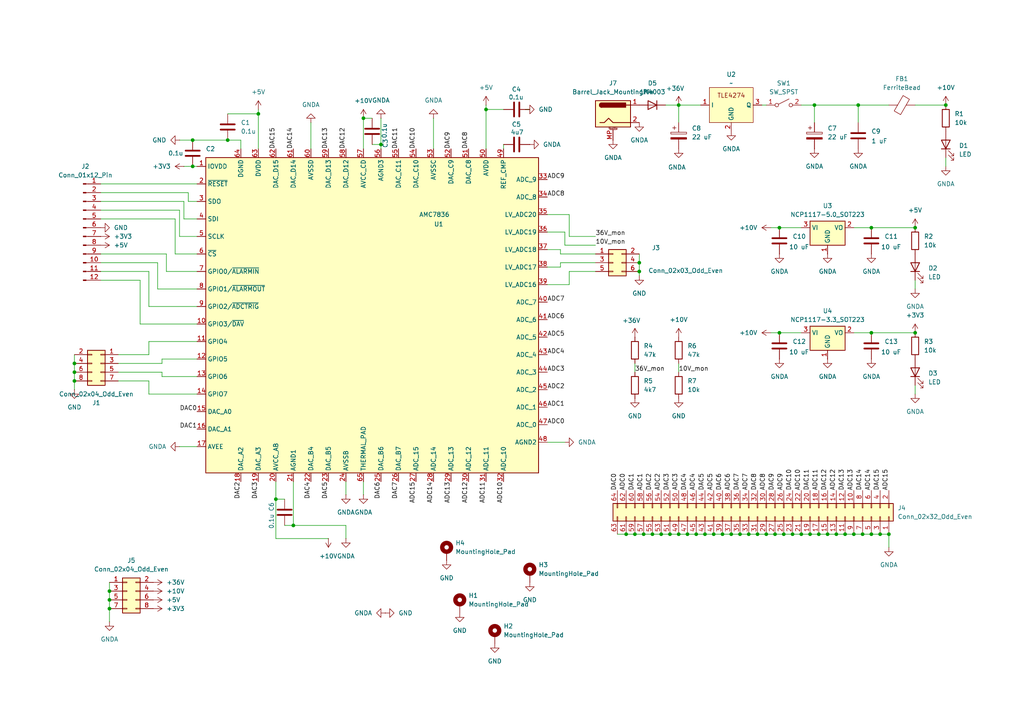
<source format=kicad_sch>
(kicad_sch (version 20231120) (generator "eeschema") (generator_version "8.0")
  (paper "A4")
  (junction (at 66.04 40.64))
  (junction (at 255.27 154.94))
  (junction (at 21.59 105.41))
  (junction (at 21.59 107.95))
  (junction (at 229.87 154.94))
  (junction (at 226.06 66.04))
  (junction (at 274.32 30.48))
  (junction (at 240.03 154.94))
  (junction (at 55.88 48.26))
  (junction (at 85.09 152.4))
  (junction (at 194.31 154.94))
  (junction (at 186.69 154.94))
  (junction (at 265.43 96.52))
  (junction (at 242.57 154.94))
  (junction (at 227.33 154.94))
  (junction (at 55.88 40.64))
  (junction (at 105.41 34.29))
  (junction (at 219.71 154.94))
  (junction (at 265.43 66.04))
  (junction (at 31.75 173.99))
  (junction (at 248.92 30.48))
  (junction (at 245.11 154.94))
  (junction (at 214.63 154.94))
  (junction (at 21.59 110.49))
  (junction (at 80.01 144.78))
  (junction (at 257.81 154.94))
  (junction (at 189.23 154.94))
  (junction (at 252.73 96.52))
  (junction (at 209.55 154.94))
  (junction (at 217.17 154.94))
  (junction (at 237.49 154.94))
  (junction (at 185.42 76.2))
  (junction (at 185.42 78.74))
  (junction (at 196.85 30.48))
  (junction (at 184.15 154.94))
  (junction (at 224.79 154.94))
  (junction (at 252.73 154.94))
  (junction (at 222.25 154.94))
  (junction (at 74.93 33.02))
  (junction (at 110.49 41.91))
  (junction (at 212.09 154.94))
  (junction (at 234.95 154.94))
  (junction (at 201.93 154.94))
  (junction (at 247.65 154.94))
  (junction (at 204.47 154.94))
  (junction (at 199.39 154.94))
  (junction (at 252.73 66.04))
  (junction (at 226.06 96.52))
  (junction (at 207.01 154.94))
  (junction (at 232.41 154.94))
  (junction (at 140.97 31.75))
  (junction (at 191.77 154.94))
  (junction (at 196.85 154.94))
  (junction (at 181.61 154.94))
  (junction (at 236.22 30.48))
  (junction (at 31.75 176.53))
  (junction (at 31.75 171.45))
  (junction (at 250.19 154.94))
  (wire (pts (xy 265.43 81.28) (xy 265.43 83.82)))
  (wire (pts (xy 257.81 158.75) (xy 257.81 154.94)))
  (wire (pts (xy 53.34 63.5) (xy 53.34 58.42)))
  (wire (pts (xy 55.88 40.64) (xy 66.04 40.64)))
  (wire (pts (xy 252.73 66.04) (xy 265.43 66.04)))
  (wire (pts (xy 236.22 35.56) (xy 236.22 30.48)))
  (wire (pts (xy 105.41 34.29) (xy 107.95 34.29)))
  (wire (pts (xy 57.15 83.82) (xy 45.72 83.82)))
  (wire (pts (xy 31.75 176.53) (xy 31.75 180.34)))
  (wire (pts (xy 223.52 66.04) (xy 226.06 66.04)))
  (wire (pts (xy 163.83 67.31) (xy 163.83 71.12)))
  (wire (pts (xy 274.32 45.72) (xy 274.32 48.26)))
  (wire (pts (xy 207.01 154.94) (xy 209.55 154.94)))
  (wire (pts (xy 229.87 154.94) (xy 232.41 154.94)))
  (wire (pts (xy 69.85 40.64) (xy 69.85 43.18)))
  (wire (pts (xy 57.15 114.3) (xy 43.18 114.3)))
  (wire (pts (xy 217.17 154.94) (xy 219.71 154.94)))
  (wire (pts (xy 21.59 107.95) (xy 21.59 110.49)))
  (wire (pts (xy 55.88 48.26) (xy 57.15 48.26)))
  (wire (pts (xy 255.27 154.94) (xy 257.81 154.94)))
  (wire (pts (xy 29.21 53.34) (xy 57.15 53.34)))
  (wire (pts (xy 29.21 55.88) (xy 54.61 55.88)))
  (wire (pts (xy 185.42 78.74) (xy 185.42 80.01)))
  (wire (pts (xy 158.75 62.23) (xy 165.1 62.23)))
  (wire (pts (xy 29.21 60.96) (xy 52.07 60.96)))
  (wire (pts (xy 80.01 156.21) (xy 95.25 156.21)))
  (wire (pts (xy 162.56 73.66) (xy 172.72 73.66)))
  (wire (pts (xy 48.26 78.74) (xy 48.26 73.66)))
  (wire (pts (xy 162.56 72.39) (xy 162.56 73.66)))
  (wire (pts (xy 247.65 96.52) (xy 252.73 96.52)))
  (wire (pts (xy 40.64 81.28) (xy 29.21 81.28)))
  (wire (pts (xy 165.1 78.74) (xy 172.72 78.74)))
  (wire (pts (xy 265.43 111.76) (xy 265.43 114.3)))
  (wire (pts (xy 21.59 110.49) (xy 21.59 113.03)))
  (wire (pts (xy 165.1 68.58) (xy 172.72 68.58)))
  (wire (pts (xy 252.73 154.94) (xy 255.27 154.94)))
  (wire (pts (xy 184.15 107.95) (xy 184.15 105.41)))
  (wire (pts (xy 236.22 30.48) (xy 248.92 30.48)))
  (wire (pts (xy 252.73 96.52) (xy 265.43 96.52)))
  (wire (pts (xy 105.41 34.29) (xy 105.41 43.18)))
  (wire (pts (xy 66.04 33.02) (xy 74.93 33.02)))
  (wire (pts (xy 194.31 154.94) (xy 196.85 154.94)))
  (wire (pts (xy 140.97 31.75) (xy 146.05 31.75)))
  (wire (pts (xy 237.49 154.94) (xy 240.03 154.94)))
  (wire (pts (xy 232.41 154.94) (xy 234.95 154.94)))
  (wire (pts (xy 57.15 99.06) (xy 43.18 99.06)))
  (wire (pts (xy 146.05 41.91) (xy 146.05 43.18)))
  (wire (pts (xy 222.25 154.94) (xy 224.79 154.94)))
  (wire (pts (xy 162.56 77.47) (xy 162.56 76.2)))
  (wire (pts (xy 31.75 168.91) (xy 31.75 171.45)))
  (wire (pts (xy 45.72 83.82) (xy 45.72 76.2)))
  (wire (pts (xy 248.92 30.48) (xy 257.81 30.48)))
  (wire (pts (xy 43.18 102.87) (xy 34.29 102.87)))
  (wire (pts (xy 226.06 66.04) (xy 232.41 66.04)))
  (wire (pts (xy 232.41 30.48) (xy 236.22 30.48)))
  (wire (pts (xy 50.8 63.5) (xy 50.8 73.66)))
  (wire (pts (xy 54.61 58.42) (xy 54.61 55.88)))
  (wire (pts (xy 31.75 173.99) (xy 31.75 176.53)))
  (wire (pts (xy 57.15 93.98) (xy 40.64 93.98)))
  (wire (pts (xy 214.63 154.94) (xy 217.17 154.94)))
  (wire (pts (xy 57.15 109.22) (xy 46.99 109.22)))
  (wire (pts (xy 74.93 33.02) (xy 74.93 43.18)))
  (wire (pts (xy 140.97 31.75) (xy 140.97 43.18)))
  (wire (pts (xy 227.33 154.94) (xy 229.87 154.94)))
  (wire (pts (xy 57.15 78.74) (xy 48.26 78.74)))
  (wire (pts (xy 248.92 30.48) (xy 248.92 35.56)))
  (wire (pts (xy 223.52 96.52) (xy 226.06 96.52)))
  (wire (pts (xy 80.01 144.78) (xy 80.01 156.21)))
  (wire (pts (xy 40.64 93.98) (xy 40.64 81.28)))
  (wire (pts (xy 52.07 129.54) (xy 57.15 129.54)))
  (wire (pts (xy 46.99 104.14) (xy 46.99 105.41)))
  (wire (pts (xy 199.39 154.94) (xy 201.93 154.94)))
  (wire (pts (xy 158.75 128.27) (xy 163.83 128.27)))
  (wire (pts (xy 226.06 96.52) (xy 232.41 96.52)))
  (wire (pts (xy 52.07 68.58) (xy 52.07 60.96)))
  (wire (pts (xy 48.26 73.66) (xy 29.21 73.66)))
  (wire (pts (xy 107.95 41.91) (xy 110.49 41.91)))
  (wire (pts (xy 158.75 72.39) (xy 162.56 72.39)))
  (wire (pts (xy 245.11 154.94) (xy 247.65 154.94)))
  (wire (pts (xy 265.43 30.48) (xy 274.32 30.48)))
  (wire (pts (xy 158.75 77.47) (xy 162.56 77.47)))
  (wire (pts (xy 100.33 152.4) (xy 100.33 156.21)))
  (wire (pts (xy 209.55 154.94) (xy 212.09 154.94)))
  (wire (pts (xy 43.18 99.06) (xy 43.18 102.87)))
  (wire (pts (xy 184.15 154.94) (xy 186.69 154.94)))
  (wire (pts (xy 110.49 34.29) (xy 110.49 41.91)))
  (wire (pts (xy 185.42 76.2) (xy 185.42 78.74)))
  (wire (pts (xy 34.29 110.49) (xy 43.18 110.49)))
  (wire (pts (xy 163.83 71.12) (xy 172.72 71.12)))
  (wire (pts (xy 201.93 154.94) (xy 204.47 154.94)))
  (wire (pts (xy 158.75 67.31) (xy 163.83 67.31)))
  (wire (pts (xy 45.72 76.2) (xy 29.21 76.2)))
  (wire (pts (xy 181.61 154.94) (xy 184.15 154.94)))
  (wire (pts (xy 153.67 31.75) (xy 152.4 31.75)))
  (wire (pts (xy 53.34 48.26) (xy 55.88 48.26)))
  (wire (pts (xy 242.57 154.94) (xy 245.11 154.94)))
  (wire (pts (xy 80.01 144.78) (xy 82.55 144.78)))
  (wire (pts (xy 186.69 154.94) (xy 189.23 154.94)))
  (wire (pts (xy 21.59 105.41) (xy 21.59 107.95)))
  (wire (pts (xy 212.09 154.94) (xy 214.63 154.94)))
  (wire (pts (xy 179.07 154.94) (xy 181.61 154.94)))
  (wire (pts (xy 57.15 63.5) (xy 53.34 63.5)))
  (wire (pts (xy 57.15 88.9) (xy 43.18 88.9)))
  (wire (pts (xy 191.77 154.94) (xy 194.31 154.94)))
  (wire (pts (xy 52.07 40.64) (xy 55.88 40.64)))
  (wire (pts (xy 100.33 139.7) (xy 100.33 143.51)))
  (wire (pts (xy 140.97 30.48) (xy 140.97 31.75)))
  (wire (pts (xy 74.93 31.75) (xy 74.93 33.02)))
  (wire (pts (xy 105.41 139.7) (xy 105.41 143.51)))
  (wire (pts (xy 110.49 41.91) (xy 110.49 43.18)))
  (wire (pts (xy 46.99 109.22) (xy 46.99 107.95)))
  (wire (pts (xy 219.71 154.94) (xy 222.25 154.94)))
  (wire (pts (xy 66.04 40.64) (xy 69.85 40.64)))
  (wire (pts (xy 185.42 73.66) (xy 185.42 76.2)))
  (wire (pts (xy 53.34 58.42) (xy 29.21 58.42)))
  (wire (pts (xy 43.18 114.3) (xy 43.18 110.49)))
  (wire (pts (xy 250.19 154.94) (xy 252.73 154.94)))
  (wire (pts (xy 165.1 62.23) (xy 165.1 68.58)))
  (wire (pts (xy 82.55 152.4) (xy 85.09 152.4)))
  (wire (pts (xy 196.85 30.48) (xy 203.2 30.48)))
  (wire (pts (xy 50.8 73.66) (xy 57.15 73.66)))
  (wire (pts (xy 240.03 154.94) (xy 242.57 154.94)))
  (wire (pts (xy 90.17 35.56) (xy 90.17 43.18)))
  (wire (pts (xy 220.98 30.48) (xy 222.25 30.48)))
  (wire (pts (xy 189.23 154.94) (xy 191.77 154.94)))
  (wire (pts (xy 162.56 76.2) (xy 172.72 76.2)))
  (wire (pts (xy 158.75 82.55) (xy 165.1 82.55)))
  (wire (pts (xy 85.09 152.4) (xy 100.33 152.4)))
  (wire (pts (xy 204.47 154.94) (xy 207.01 154.94)))
  (wire (pts (xy 31.75 171.45) (xy 31.75 173.99)))
  (wire (pts (xy 247.65 154.94) (xy 250.19 154.94)))
  (wire (pts (xy 165.1 82.55) (xy 165.1 78.74)))
  (wire (pts (xy 196.85 154.94) (xy 199.39 154.94)))
  (wire (pts (xy 54.61 58.42) (xy 57.15 58.42)))
  (wire (pts (xy 234.95 154.94) (xy 237.49 154.94)))
  (wire (pts (xy 57.15 104.14) (xy 46.99 104.14)))
  (wire (pts (xy 43.18 88.9) (xy 43.18 78.74)))
  (wire (pts (xy 85.09 139.7) (xy 85.09 152.4)))
  (wire (pts (xy 196.85 30.48) (xy 196.85 35.56)))
  (wire (pts (xy 46.99 107.95) (xy 34.29 107.95)))
  (wire (pts (xy 125.73 34.29) (xy 125.73 43.18)))
  (wire (pts (xy 43.18 78.74) (xy 29.21 78.74)))
  (wire (pts (xy 80.01 139.7) (xy 80.01 144.78)))
  (wire (pts (xy 21.59 102.87) (xy 21.59 105.41)))
  (wire (pts (xy 29.21 63.5) (xy 50.8 63.5)))
  (wire (pts (xy 34.29 105.41) (xy 46.99 105.41)))
  (wire (pts (xy 224.79 154.94) (xy 227.33 154.94)))
  (wire (pts (xy 247.65 66.04) (xy 252.73 66.04)))
  (wire (pts (xy 196.85 107.95) (xy 196.85 105.41)))
  (wire (pts (xy 57.15 68.58) (xy 52.07 68.58)))
  (wire (pts (xy 193.04 30.48) (xy 196.85 30.48)))
  (label "ADC4" (at 201.93 142.24 90))
  (label "DAC6" (at 110.49 139.7 270))
  (label "ADC11" (at 237.49 142.24 90))
  (label "DAC2" (at 69.85 139.7 270))
  (label "DAC9" (at 224.79 142.24 90))
  (label "ADC1" (at 186.69 142.24 90))
  (label "ADC0" (at 181.61 142.24 90))
  (label "DAC8" (at 135.89 43.18 90))
  (label "DAC3" (at 194.31 142.24 90))
  (label "DAC12" (at 240.03 142.24 90))
  (label "DAC3" (at 74.93 139.7 270))
  (label "ADC6" (at 212.09 142.24 90))
  (label "ADC14" (at 252.73 142.24 90))
  (label "36V_mon" (at 172.72 68.58 0))
  (label "DAC0" (at 179.07 142.24 90))
  (label "DAC8" (at 219.71 142.24 90))
  (label "ADC4" (at 158.75 102.87 0))
  (label "DAC11" (at 115.57 43.18 90))
  (label "ADC8" (at 222.25 142.24 90))
  (label "36V_mon" (at 184.15 107.95 0))
  (label "DAC14" (at 250.19 142.24 90))
  (label "DAC12" (at 100.33 43.18 90))
  (label "ADC13" (at 130.81 139.7 270))
  (label "DAC15" (at 255.27 142.24 90))
  (label "ADC7" (at 158.75 87.63 0))
  (label "ADC3" (at 158.75 107.95 0))
  (label "DAC7" (at 115.57 139.7 270))
  (label "DAC1" (at 184.15 142.24 90))
  (label "DAC10" (at 229.87 142.24 90))
  (label "DAC7" (at 214.63 142.24 90))
  (label "ADC2" (at 158.75 113.03 0))
  (label "DAC14" (at 85.09 43.18 90))
  (label "ADC10" (at 146.05 139.7 270))
  (label "ADC12" (at 242.57 142.24 90))
  (label "ADC9" (at 227.33 142.24 90))
  (label "ADC8" (at 158.75 57.15 0))
  (label "ADC5" (at 158.75 97.79 0))
  (label "DAC9" (at 130.81 43.18 90))
  (label "ADC6" (at 158.75 92.71 0))
  (label "ADC15" (at 257.81 142.24 90))
  (label "DAC2" (at 189.23 142.24 90))
  (label "DAC13" (at 95.25 43.18 90))
  (label "ADC11" (at 140.97 139.7 270))
  (label "DAC5" (at 204.47 142.24 90))
  (label "ADC1" (at 158.75 118.11 0))
  (label "DAC5" (at 95.25 139.7 270))
  (label "DAC11" (at 234.95 142.24 90))
  (label "ADC10" (at 232.41 142.24 90))
  (label "ADC12" (at 135.89 139.7 270))
  (label "ADC7" (at 217.17 142.24 90))
  (label "ADC9" (at 158.75 52.07 0))
  (label "DAC1" (at 57.15 124.46 180))
  (label "ADC15" (at 120.65 139.7 270))
  (label "DAC13" (at 245.11 142.24 90))
  (label "DAC10" (at 120.65 43.18 90))
  (label "ADC0" (at 158.75 123.19 0))
  (label "DAC15" (at 80.01 43.18 90))
  (label "ADC3" (at 196.85 142.24 90))
  (label "DAC0" (at 57.15 119.38 180))
  (label "ADC14" (at 125.73 139.7 270))
  (label "ADC5" (at 207.01 142.24 90))
  (label "10V_mon" (at 172.72 71.12 0))
  (label "DAC6" (at 209.55 142.24 90))
  (label "ADC13" (at 247.65 142.24 90))
  (label "DAC4" (at 90.17 139.7 270))
  (label "10V_mon" (at 196.85 107.95 0))
  (label "DAC4" (at 199.39 142.24 90))
  (label "ADC2" (at 191.77 142.24 90))
  (symbol (lib_id "Connector_Generic:Conn_02x04_Odd_Even") (at 29.21 105.41 0) (mirror y) (unit 1)
    (property "Reference" "J1" (at 27.94 116.84 0))
    (property "Value" "Conn_02x04_Odd_Even" (at 27.94 114.3 0))
    (property "Footprint" "Connector_PinHeader_2.54mm:PinHeader_2x04_P2.54mm_Horizontal" (effects (hide yes)))
    (property "Description" "Generic connector, double row, 02x04, odd/even pin numbering scheme (row 1 odd numbers, row 2 even numbers), script generated (kicad-library-utils/schlib/autogen/connector/)" (effects (hide yes)))
  )
  (symbol (lib_id "power:GNDA") (at 196.85 43.18 0) (unit 1)
    (property "Reference" "#PWR021" (effects (hide yes)))
    (property "Value" "GNDA" (at 196.342 48.514 0))
    (property "Description" "Power symbol creates a global label with name \"GNDA\" , analog ground" (effects (hide yes)))
  )
  (symbol (lib_id "power:GND") (at 196.85 115.57 0) (unit 1)
    (property "Reference" "#PWR051" (effects (hide yes)))
    (property "Value" "GND" (at 196.85 120.65 0))
    (property "Description" "Power symbol creates a global label with name \"GND\" , ground" (effects (hide yes)))
  )
  (symbol (lib_id "Device:C") (at 248.92 39.37 0) (unit 1)
    (property "Reference" "C9" (at 252.73 38.0999 0) (effects (justify left)))
    (property "Value" "1 uF" (at 252.73 40.894 0) (effects (justify left)))
    (property "Footprint" "Capacitor_SMD:C_0805_2012Metric" (effects (hide yes)))
    (property "Description" "Unpolarized capacitor" (effects (hide yes)))
  )
  (symbol (lib_id "power:GND") (at 153.67 168.91 0) (unit 1)
    (property "Reference" "#PWR057" (effects (hide yes)))
    (property "Value" "GND" (at 153.67 173.99 0))
    (property "Description" "Power symbol creates a global label with name \"GND\" , ground" (effects (hide yes)))
  )
  (symbol (lib_id "power:GND") (at 185.42 80.01 0) (unit 1)
    (property "Reference" "#PWR040" (effects (hide yes)))
    (property "Value" "GND" (at 185.42 85.09 0))
    (property "Description" "Power symbol creates a global label with name \"GND\" , ground" (effects (hide yes)))
  )
  (symbol (lib_id "power:+36V") (at 196.85 30.48 0) (unit 1)
    (property "Reference" "#PWR020" (effects (hide yes)))
    (property "Value" "+36V" (at 195.834 25.654 0))
    (property "Description" "Power symbol creates a global label with name \"+36V\"" (effects (hide yes)))
  )
  (symbol (lib_id "power:+5V") (at 140.97 30.48 0) (unit 1)
    (property "Reference" "#PWR011" (effects (hide yes)))
    (property "Value" "+5V" (at 140.97 25.4 0))
    (property "Description" "Power symbol creates a global label with name \"+5V\"" (effects (hide yes)))
  )
  (symbol (lib_id "power:GNDA") (at 31.75 180.34 0) (unit 1)
    (property "Reference" "#PWR043" (effects (hide yes)))
    (property "Value" "GNDA" (at 31.75 185.42 0))
    (property "Description" "Power symbol creates a global label with name \"GNDA\" , analog ground" (effects (hide yes)))
  )
  (symbol (lib_id "Mechanical:MountingHole_Pad") (at 129.54 160.02 0) (unit 1) (exclude_from_sim yes) (in_bom no)
    (property "Reference" "H4" (at 132.08 157.4799 0) (effects (justify left)))
    (property "Value" "MountingHole_Pad" (at 132.08 160.0199 0) (effects (justify left)))
    (property "Footprint" "MountingHole:MountingHole_3.2mm_M3_Pad" (effects (hide yes)))
    (property "Description" "Mounting Hole with connection" (effects (hide yes)))
  )
  (symbol (lib_id "Mechanical:MountingHole_Pad") (at 153.67 166.37 0) (unit 1) (exclude_from_sim yes) (in_bom no)
    (property "Reference" "H3" (at 156.21 163.8299 0) (effects (justify left)))
    (property "Value" "MountingHole_Pad" (at 156.21 166.3699 0) (effects (justify left)))
    (property "Footprint" "MountingHole:MountingHole_3.2mm_M3_Pad" (effects (hide yes)))
    (property "Description" "Mounting Hole with connection" (effects (hide yes)))
  )
  (symbol (lib_id "Device:C") (at 66.04 36.83 0) (unit 1)
    (property "Reference" "C1" (at 69.85 35.5599 0) (effects (justify left)))
    (property "Value" "0.1u" (at 69.85 38.0999 0) (effects (justify left)))
    (property "Footprint" "Capacitor_SMD:C_0805_2012Metric" (effects (hide yes)))
    (property "Description" "Unpolarized capacitor" (effects (hide yes)))
  )
  (symbol (lib_id "power:GNDA") (at 265.43 83.82 0) (unit 1)
    (property "Reference" "#PWR029" (effects (hide yes)))
    (property "Value" "GNDA" (at 265.43 88.9 0))
    (property "Description" "Power symbol creates a global label with name \"GNDA\" , analog ground" (effects (hide yes)))
  )
  (symbol (lib_id "Device:R") (at 184.15 111.76 0) (unit 1)
    (property "Reference" "R5" (at 186.69 110.4899 0) (effects (justify left)))
    (property "Value" "4k7" (at 186.69 113.0299 0) (effects (justify left)))
    (property "Footprint" "Resistor_SMD:R_0805_2012Metric" (effects (hide yes)))
    (property "Description" "Resistor" (effects (hide yes)))
  )
  (symbol (lib_id "power:GNDA") (at 274.32 48.26 0) (unit 1)
    (property "Reference" "#PWR022" (effects (hide yes)))
    (property "Value" "GNDA" (at 274.32 53.34 0))
    (property "Description" "Power symbol creates a global label with name \"GNDA\" , analog ground" (effects (hide yes)))
  )
  (symbol (lib_id "Regulator_Linear:NCP1117-5.0_SOT223") (at 240.03 66.04 0) (unit 1)
    (property "Reference" "U3" (at 240.03 59.69 0))
    (property "Value" "NCP1117-5.0_SOT223" (at 240.03 62.23 0))
    (property "Footprint" "Package_TO_SOT_SMD:SOT-223-3_TabPin2" (effects (hide yes)))
    (property "Datasheet" "http://www.onsemi.com/pub_link/Collateral/NCP1117-D.PDF" (effects (hide yes)))
    (property "Description" "1A Low drop-out regulator, Fixed Output 5V, SOT-223" (effects (hide yes)))
  )
  (symbol (lib_id "power:GND") (at 129.54 162.56 0) (unit 1)
    (property "Reference" "#PWR058" (effects (hide yes)))
    (property "Value" "GND" (at 129.54 167.64 0))
    (property "Description" "Power symbol creates a global label with name \"GND\" , ground" (effects (hide yes)))
  )
  (symbol (lib_id "power:GNDA") (at 177.8 40.64 0) (unit 1)
    (property "Reference" "#PWR054" (effects (hide yes)))
    (property "Value" "GNDA" (at 177.8 45.72 0))
    (property "Description" "Power symbol creates a global label with name \"GNDA\" , analog ground" (effects (hide yes)))
  )
  (symbol (lib_id "Device:FerriteBead") (at 261.62 30.48 90) (unit 1)
    (property "Reference" "FB1" (at 261.5692 22.86 90))
    (property "Value" "FerriteBead" (at 261.5692 25.4 90))
    (property "Footprint" "Resistor_SMD:R_0805_2012Metric" (effects (hide yes)))
    (property "Description" "Ferrite bead" (effects (hide yes)))
  )
  (symbol (lib_id "Device:C") (at 55.88 44.45 0) (unit 1)
    (property "Reference" "C2" (at 59.69 43.1799 0) (effects (justify left)))
    (property "Value" "0.1u" (at 48.768 44.45 0) (effects (justify left)))
    (property "Footprint" "Capacitor_SMD:C_0805_2012Metric" (effects (hide yes)))
    (property "Description" "Unpolarized capacitor" (effects (hide yes)))
  )
  (symbol (lib_id "Device:LED") (at 274.32 41.91 90) (unit 1)
    (property "Reference" "D1" (at 278.13 42.2274 90) (effects (justify right)))
    (property "Value" "LED" (at 278.13 44.7674 90) (effects (justify right)))
    (property "Footprint" "LED_SMD:LED_0805_2012Metric_Pad1.15x1.40mm_HandSolder" (effects (hide yes)))
    (property "Description" "Light emitting diode" (effects (hide yes)))
  )
  (symbol (lib_id "Device:R") (at 265.43 100.33 0) (unit 1)
    (property "Reference" "R3" (at 267.97 99.0599 0) (effects (justify left)))
    (property "Value" "10k" (at 267.97 101.5999 0) (effects (justify left)))
    (property "Footprint" "Resistor_SMD:R_0805_2012Metric" (effects (hide yes)))
    (property "Description" "Resistor" (effects (hide yes)))
  )
  (symbol (lib_id "power:GNDA") (at 212.09 38.1 0) (unit 1)
    (property "Reference" "#PWR019" (effects (hide yes)))
    (property "Value" "GNDA" (at 212.09 43.18 0))
    (property "Description" "Power symbol creates a global label with name \"GNDA\" , analog ground" (effects (hide yes)))
  )
  (symbol (lib_id "power:GNDA") (at 257.81 158.75 0) (unit 1)
    (property "Reference" "#PWR042" (effects (hide yes)))
    (property "Value" "GNDA" (at 257.81 163.83 0))
    (property "Description" "Power symbol creates a global label with name \"GNDA\" , analog ground" (effects (hide yes)))
  )
  (symbol (lib_id "Connector_Generic:Conn_02x32_Odd_Even") (at 219.71 149.86 270) (mirror x) (unit 1)
    (property "Reference" "J4" (at 260.35 147.3199 90) (effects (justify left)))
    (property "Value" "Conn_02x32_Odd_Even" (at 260.35 149.8599 90) (effects (justify left)))
    (property "Footprint" "Connector_PinHeader_2.54mm:PinHeader_2x32_P2.54mm_Vertical" (effects (hide yes)))
    (property "Description" "Generic connector, double row, 02x32, odd/even pin numbering scheme (row 1 odd numbers, row 2 even numbers), script generated (kicad-library-utils/schlib/autogen/connector/)" (effects (hide yes)))
  )
  (symbol (lib_id "Device:C") (at 82.55 148.59 0) (unit 1)
    (property "Reference" "C6" (at 78.74 148.336 90) (effects (justify left)))
    (property "Value" "0.1u" (at 78.74 153.416 90) (effects (justify left)))
    (property "Footprint" "Capacitor_SMD:C_0805_2012Metric" (effects (hide yes)))
    (property "Description" "Unpolarized capacitor" (effects (hide yes)))
  )
  (symbol (lib_id "power:GND") (at 184.15 115.57 0) (unit 1)
    (property "Reference" "#PWR048" (effects (hide yes)))
    (property "Value" "GND" (at 184.15 120.65 0))
    (property "Description" "Power symbol creates a global label with name \"GND\" , ground" (effects (hide yes)))
  )
  (symbol (lib_id "power:GND") (at 152.4 31.75 90) (unit 1)
    (property "Reference" "#PWR014" (effects (hide yes)))
    (property "Value" "GND" (at 156.21 31.7499 90) (effects (justify right)))
    (property "Description" "Power symbol creates a global label with name \"GND\" , ground" (effects (hide yes)))
  )
  (symbol (lib_id "Connector:Conn_01x12_Pin") (at 24.13 66.04 0) (unit 1)
    (property "Reference" "J2" (at 24.765 48.26 0))
    (property "Value" "Conn_01x12_Pin" (at 24.765 50.8 0))
    (property "Footprint" "Connector_PinHeader_2.54mm:PinHeader_1x12_P2.54mm_Vertical" (effects (hide yes)))
    (property "Description" "Generic connector, single row, 01x12, script generated" (effects (hide yes)))
  )
  (symbol (lib_id "Device:R") (at 265.43 69.85 0) (unit 1)
    (property "Reference" "R2" (at 267.97 68.5799 0) (effects (justify left)))
    (property "Value" "10k" (at 267.97 71.1199 0) (effects (justify left)))
    (property "Footprint" "Resistor_SMD:R_0805_2012Metric" (effects (hide yes)))
    (property "Description" "Resistor" (effects (hide yes)))
  )
  (symbol (lib_id "Device:C") (at 149.86 41.91 90) (unit 1)
    (property "Reference" "C5" (at 151.13 36.068 90) (effects (justify left)))
    (property "Value" "4u7" (at 151.892 38.354 90) (effects (justify left)))
    (property "Footprint" "Capacitor_SMD:C_0805_2012Metric" (effects (hide yes)))
    (property "Description" "Unpolarized capacitor" (effects (hide yes)))
  )
  (symbol (lib_id "power:+5V") (at 265.43 66.04 0) (unit 1)
    (property "Reference" "#PWR035" (effects (hide yes)))
    (property "Value" "+5V" (at 265.43 60.96 0))
    (property "Description" "Power symbol creates a global label with name \"+5V\"" (effects (hide yes)))
  )
  (symbol (lib_id "Mechanical:MountingHole_Pad") (at 133.35 175.26 0) (unit 1) (exclude_from_sim yes) (in_bom no)
    (property "Reference" "H1" (at 135.89 172.7199 0) (effects (justify left)))
    (property "Value" "MountingHole_Pad" (at 135.89 175.2599 0) (effects (justify left)))
    (property "Footprint" "MountingHole:MountingHole_3.2mm_M3_Pad" (effects (hide yes)))
    (property "Description" "Mounting Hole with connection" (effects (hide yes)))
  )
  (symbol (lib_id "power:+10V") (at 44.45 171.45 270) (unit 1)
    (property "Reference" "#PWR045" (effects (hide yes)))
    (property "Value" "+10V" (at 48.26 171.4499 90) (effects (justify left)))
    (property "Description" "Power symbol creates a global label with name \"+10V\"" (effects (hide yes)))
  )
  (symbol (lib_id "power:GNDA") (at 248.92 43.18 0) (unit 1)
    (property "Reference" "#PWR025" (effects (hide yes)))
    (property "Value" "GNDA" (at 248.92 48.26 0))
    (property "Description" "Power symbol creates a global label with name \"GNDA\" , analog ground" (effects (hide yes)))
  )
  (symbol (lib_id "power:+3V3") (at 29.21 68.58 270) (unit 1)
    (property "Reference" "#PWR037" (effects (hide yes)))
    (property "Value" "+3V3" (at 33.02 68.5799 90) (effects (justify left)))
    (property "Description" "Power symbol creates a global label with name \"+3V3\"" (effects (hide yes)))
  )
  (symbol (lib_id "power:+10V") (at 223.52 66.04 90) (unit 1)
    (property "Reference" "#PWR023" (effects (hide yes)))
    (property "Value" "+10V" (at 219.71 66.0399 90) (effects (justify left)))
    (property "Description" "Power symbol creates a global label with name \"+10V\"" (effects (hide yes)))
  )
  (symbol (lib_id "power:+5V") (at 29.21 71.12 270) (unit 1)
    (property "Reference" "#PWR038" (effects (hide yes)))
    (property "Value" "+5V" (at 33.02 71.1199 90) (effects (justify left)))
    (property "Description" "Power symbol creates a global label with name \"+5V\"" (effects (hide yes)))
  )
  (symbol (lib_id "Device:LED") (at 265.43 77.47 90) (unit 1)
    (property "Reference" "D2" (at 269.24 77.7874 90) (effects (justify right)))
    (property "Value" "LED" (at 269.24 80.3274 90) (effects (justify right)))
    (property "Footprint" "LED_SMD:LED_0805_2012Metric_Pad1.15x1.40mm_HandSolder" (effects (hide yes)))
    (property "Description" "Light emitting diode" (effects (hide yes)))
  )
  (symbol (lib_id "Device:LED") (at 265.43 107.95 90) (unit 1)
    (property "Reference" "D3" (at 269.24 108.2674 90) (effects (justify right)))
    (property "Value" "LED" (at 269.24 110.8074 90) (effects (justify right)))
    (property "Footprint" "LED_SMD:LED_0805_2012Metric_Pad1.15x1.40mm_HandSolder" (effects (hide yes)))
    (property "Description" "Light emitting diode" (effects (hide yes)))
  )
  (symbol (lib_id "power:+10V") (at 223.52 96.52 90) (unit 1)
    (property "Reference" "#PWR030" (effects (hide yes)))
    (property "Value" "+10V" (at 219.71 96.5199 90) (effects (justify left)))
    (property "Description" "Power symbol creates a global label with name \"+10V\"" (effects (hide yes)))
  )
  (symbol (lib_id "power:GNDA") (at 100.33 143.51 0) (unit 1)
    (property "Reference" "#PWR06" (effects (hide yes)))
    (property "Value" "GNDA" (at 100.33 148.59 0))
    (property "Description" "Power symbol creates a global label with name \"GNDA\" , analog ground" (effects (hide yes)))
  )
  (symbol (lib_id "power:GND") (at 52.07 40.64 270) (unit 1)
    (property "Reference" "#PWR08" (effects (hide yes)))
    (property "Value" "GND" (at 48.26 40.6399 90) (effects (justify right)))
    (property "Description" "Power symbol creates a global label with name \"GND\" , ground" (effects (hide yes)))
  )
  (symbol (lib_id "power:GNDA") (at 105.41 143.51 0) (unit 1)
    (property "Reference" "#PWR016" (effects (hide yes)))
    (property "Value" "GNDA" (at 105.41 148.59 0))
    (property "Description" "Power symbol creates a global label with name \"GNDA\" , analog ground" (effects (hide yes)))
  )
  (symbol (lib_id "power:GNDA") (at 265.43 114.3 0) (unit 1)
    (property "Reference" "#PWR034" (effects (hide yes)))
    (property "Value" "GNDA" (at 265.43 119.38 0))
    (property "Description" "Power symbol creates a global label with name \"GNDA\" , analog ground" (effects (hide yes)))
  )
  (symbol (lib_id "power:GNDA") (at 125.73 34.29 180) (unit 1)
    (property "Reference" "#PWR04" (effects (hide yes)))
    (property "Value" "GNDA" (at 125.73 29.1006 0))
    (property "Description" "Power symbol creates a global label with name \"GNDA\" , analog ground" (effects (hide yes)))
  )
  (symbol (lib_id "power:+3V3") (at 53.34 48.26 90) (unit 1)
    (property "Reference" "#PWR02" (effects (hide yes)))
    (property "Value" "+3V3" (at 49.53 48.2599 90) (effects (justify left)))
    (property "Description" "Power symbol creates a global label with name \"+3V3\"" (effects (hide yes)))
  )
  (symbol (lib_id "power:GNDA") (at 100.33 156.21 0) (unit 1)
    (property "Reference" "#PWR012" (effects (hide yes)))
    (property "Value" "GNDA" (at 100.33 161.29 0))
    (property "Description" "Power symbol creates a global label with name \"GNDA\" , analog ground" (effects (hide yes)))
  )
  (symbol (lib_id "power:+10V") (at 196.85 97.79 0) (unit 1)
    (property "Reference" "#PWR050" (effects (hide yes)))
    (property "Value" "+10V" (at 196.85 92.71 0))
    (property "Description" "Power symbol creates a global label with name \"+10V\"" (effects (hide yes)))
  )
  (symbol (lib_id "Device:C_Polarized") (at 236.22 39.37 0) (unit 1)
    (property "Reference" "C7" (at 240.03 37.2109 0) (effects (justify left)))
    (property "Value" "22 uF" (at 240.03 39.7509 0) (effects (justify left)))
    (property "Footprint" "Capacitor_THT:CP_Radial_D6.3mm_P2.50mm" (effects (hide yes)))
    (property "Description" "Polarized capacitor" (effects (hide yes)))
  )
  (symbol (lib_id "power:GNDA") (at 252.73 104.14 0) (unit 1)
    (property "Reference" "#PWR033" (effects (hide yes)))
    (property "Value" "GNDA" (at 252.73 109.22 0))
    (property "Description" "Power symbol creates a global label with name \"GNDA\" , analog ground" (effects (hide yes)))
  )
  (symbol (lib_id "power:+10V") (at 274.32 30.48 0) (unit 1)
    (property "Reference" "#PWR017" (effects (hide yes)))
    (property "Value" "+10V" (at 274.32 25.4 0))
    (property "Description" "Power symbol creates a global label with name \"+10V\"" (effects (hide yes)))
  )
  (symbol (lib_id "power:GND") (at 133.35 177.8 0) (unit 1)
    (property "Reference" "#PWR055" (effects (hide yes)))
    (property "Value" "GND" (at 133.35 182.88 0))
    (property "Description" "Power symbol creates a global label with name \"GND\" , ground" (effects (hide yes)))
  )
  (symbol (lib_id "power:+36V") (at 184.15 97.79 0) (unit 1)
    (property "Reference" "#PWR049" (effects (hide yes)))
    (property "Value" "+36V" (at 183.134 92.964 0))
    (property "Description" "Power symbol creates a global label with name \"+36V\"" (effects (hide yes)))
  )
  (symbol (lib_id "power:GND") (at 111.76 177.8 90) (unit 1)
    (property "Reference" "#PWR053" (effects (hide yes)))
    (property "Value" "GND" (at 115.57 177.7999 90) (effects (justify right)))
    (property "Description" "Power symbol creates a global label with name \"GND\" , ground" (effects (hide yes)))
  )
  (symbol (lib_id "power:GNDA") (at 163.83 128.27 90) (unit 1)
    (property "Reference" "#PWR07" (effects (hide yes)))
    (property "Value" "GNDA" (at 167.64 128.2699 90) (effects (justify right)))
    (property "Description" "Power symbol creates a global label with name \"GNDA\" , analog ground" (effects (hide yes)))
  )
  (symbol (lib_id "power:GNDA") (at 185.42 35.56 0) (unit 1)
    (property "Reference" "#PWR041" (effects (hide yes)))
    (property "Value" "GNDA" (at 185.42 40.64 0))
    (property "Description" "Power symbol creates a global label with name \"GNDA\" , analog ground" (effects (hide yes)))
  )
  (symbol (lib_id "power:+36V") (at 44.45 168.91 270) (unit 1)
    (property "Reference" "#PWR044" (effects (hide yes)))
    (property "Value" "+36V" (at 48.26 168.9099 90) (effects (justify left)))
    (property "Description" "Power symbol creates a global label with name \"+36V\"" (effects (hide yes)))
  )
  (symbol (lib_id "Regulator_Linear:NCP1117-3.3_SOT223") (at 240.03 96.52 0) (unit 1)
    (property "Reference" "U4" (at 240.03 90.17 0))
    (property "Value" "NCP1117-3.3_SOT223" (at 240.03 92.71 0))
    (property "Footprint" "Package_TO_SOT_SMD:SOT-223-3_TabPin2" (effects (hide yes)))
    (property "Datasheet" "http://www.onsemi.com/pub_link/Collateral/NCP1117-D.PDF" (effects (hide yes)))
    (property "Description" "1A Low drop-out regulator, Fixed Output 3.3V, SOT-223" (effects (hide yes)))
  )
  (symbol (lib_id "power:GNDA") (at 226.06 73.66 0) (unit 1)
    (property "Reference" "#PWR026" (effects (hide yes)))
    (property "Value" "GNDA" (at 226.06 78.74 0))
    (property "Description" "Power symbol creates a global label with name \"GNDA\" , analog ground" (effects (hide yes)))
  )
  (symbol (lib_id "power:+3V3") (at 44.45 176.53 270) (unit 1)
    (property "Reference" "#PWR047" (effects (hide yes)))
    (property "Value" "+3V3" (at 48.26 176.5299 90) (effects (justify left)))
    (property "Description" "Power symbol creates a global label with name \"+3V3\"" (effects (hide yes)))
  )
  (symbol (lib_id "Device:R") (at 274.32 34.29 0) (unit 1)
    (property "Reference" "R1" (at 276.86 33.0199 0) (effects (justify left)))
    (property "Value" "10k" (at 276.86 35.5599 0) (effects (justify left)))
    (property "Footprint" "Resistor_SMD:R_0805_2012Metric" (effects (hide yes)))
    (property "Description" "Resistor" (effects (hide yes)))
  )
  (symbol (lib_id "power:GNDA") (at 90.17 35.56 180) (unit 1)
    (property "Reference" "#PWR09" (effects (hide yes)))
    (property "Value" "GNDA" (at 90.17 30.3706 0))
    (property "Description" "Power symbol creates a global label with name \"GNDA\" , analog ground" (effects (hide yes)))
  )
  (symbol (lib_id "TLE4274:TLE4274") (at 212.09 30.48 0) (unit 1)
    (property "Reference" "U2" (at 212.09 21.59 0))
    (property "Value" "~" (at 212.09 24.13 0))
    (property "Footprint" "Package_TO_SOT_SMD:TO-252-3_TabPin2" (effects (hide yes)))
  )
  (symbol (lib_id "power:+5V") (at 44.45 173.99 270) (unit 1)
    (property "Reference" "#PWR046" (effects (hide yes)))
    (property "Value" "+5V" (at 48.26 173.9899 90) (effects (justify left)))
    (property "Description" "Power symbol creates a global label with name \"+5V\"" (effects (hide yes)))
  )
  (symbol (lib_id "power:GNDA") (at 240.03 104.14 0) (unit 1)
    (property "Reference" "#PWR032" (effects (hide yes)))
    (property "Value" "GNDA" (at 240.03 109.22 0))
    (property "Description" "Power symbol creates a global label with name \"GNDA\" , analog ground" (effects (hide yes)))
  )
  (symbol (lib_id "Device:C") (at 252.73 69.85 0) (unit 1)
    (property "Reference" "C11" (at 256.54 68.5799 0) (effects (justify left)))
    (property "Value" "10 uF" (at 255.524 71.628 0) (effects (justify left)))
    (property "Footprint" "Capacitor_SMD:C_0805_2012Metric" (effects (hide yes)))
    (property "Description" "Unpolarized capacitor" (effects (hide yes)))
  )
  (symbol (lib_id "Device:C") (at 149.86 31.75 90) (unit 1)
    (property "Reference" "C4" (at 151.13 25.908 90) (effects (justify left)))
    (property "Value" "0.1u" (at 151.892 28.194 90) (effects (justify left)))
    (property "Footprint" "Capacitor_SMD:C_0805_2012Metric" (effects (hide yes)))
    (property "Description" "Unpolarized capacitor" (effects (hide yes)))
  )
  (symbol (lib_id "power:GNDA") (at 52.07 129.54 270) (unit 1)
    (property "Reference" "#PWR05" (effects (hide yes)))
    (property "Value" "GNDA" (at 48.26 129.5399 90) (effects (justify right)))
    (property "Description" "Power symbol creates a global label with name \"GNDA\" , analog ground" (effects (hide yes)))
  )
  (symbol (lib_id "amc7836:AMC7836") (at 109.22 95.25 0) (unit 1)
    (property "Reference" "U1" (at 127.254 65.024 0))
    (property "Value" "AMC7836" (at 125.984 62.23 0))
    (property "Footprint" "amc7836:IC_AMC7812BSPAP" (effects (hide yes)))
    (property "Datasheet" "https://www.ti.com/lit/ds/symlink/amc7836.pdf" (effects (hide yes)))
  )
  (symbol (lib_id "power:+10V") (at 95.25 156.21 180) (unit 1)
    (property "Reference" "#PWR03" (effects (hide yes)))
    (property "Value" "+10V" (at 95.25 161.29 0))
    (property "Description" "Power symbol creates a global label with name \"+10V\"" (effects (hide yes)))
  )
  (symbol (lib_id "Diode:1N4003") (at 189.23 30.48 180) (unit 1)
    (property "Reference" "D5" (at 189.23 24.13 0))
    (property "Value" "1N4003" (at 189.23 26.67 0))
    (property "Footprint" "Diode_THT:D_DO-41_SOD81_P10.16mm_Horizontal" (effects (hide yes)))
    (property "Datasheet" "http://www.vishay.com/docs/88503/1n4001.pdf" (effects (hide yes)))
    (property "Description" "200V 1A General Purpose Rectifier Diode, DO-41" (effects (hide yes)))
    (property "Sim.Device" "D" (effects (hide yes)))
    (property "Sim.Pins" "1=K 2=A" (effects (hide yes)))
  )
  (symbol (lib_id "Device:R") (at 196.85 111.76 0) (unit 1)
    (property "Reference" "R7" (at 199.39 110.4899 0) (effects (justify left)))
    (property "Value" "10k" (at 199.39 113.0299 0) (effects (justify left)))
    (property "Footprint" "Resistor_SMD:R_0805_2012Metric" (effects (hide yes)))
    (property "Description" "Resistor" (effects (hide yes)))
  )
  (symbol (lib_id "Device:R") (at 196.85 101.6 0) (unit 1)
    (property "Reference" "R6" (at 199.39 100.3299 0) (effects (justify left)))
    (property "Value" "47k" (at 199.39 102.8699 0) (effects (justify left)))
    (property "Footprint" "Resistor_SMD:R_0805_2012Metric" (effects (hide yes)))
    (property "Description" "Resistor" (effects (hide yes)))
  )
  (symbol (lib_id "Mechanical:MountingHole_Pad") (at 143.51 184.15 0) (unit 1) (exclude_from_sim yes) (in_bom no)
    (property "Reference" "H2" (at 146.05 181.6099 0) (effects (justify left)))
    (property "Value" "MountingHole_Pad" (at 146.05 184.1499 0) (effects (justify left)))
    (property "Footprint" "MountingHole:MountingHole_3.2mm_M3_Pad" (effects (hide yes)))
    (property "Description" "Mounting Hole with connection" (effects (hide yes)))
  )
  (symbol (lib_id "Connector_Generic:Conn_02x04_Odd_Even") (at 36.83 171.45 0) (unit 1)
    (property "Reference" "J5" (at 38.1 162.56 0))
    (property "Value" "Conn_02x04_Odd_Even" (at 38.1 165.1 0))
    (property "Footprint" "Connector_PinHeader_2.54mm:PinHeader_2x04_P2.54mm_Vertical" (effects (hide yes)))
    (property "Description" "Generic connector, double row, 02x04, odd/even pin numbering scheme (row 1 odd numbers, row 2 even numbers), script generated (kicad-library-utils/schlib/autogen/connector/)" (effects (hide yes)))
  )
  (symbol (lib_id "Connector:Barrel_Jack_MountingPin") (at 177.8 33.02 0) (unit 1)
    (property "Reference" "J7" (at 177.8 24.13 0))
    (property "Value" "Barrel_Jack_MountingPin" (at 177.8 26.67 0))
    (property "Footprint" "Connector_BarrelJack:BarrelJack_CUI_PJ-063AH_Horizontal" (effects (hide yes)))
    (property "Description" "DC Barrel Jack with a mounting pin" (effects (hide yes)))
  )
  (symbol (lib_id "Device:C") (at 226.06 100.33 0) (unit 1)
    (property "Reference" "C12" (at 229.87 99.0599 0) (effects (justify left)))
    (property "Value" "10 uF" (at 228.854 102.108 0) (effects (justify left)))
    (property "Footprint" "Capacitor_SMD:C_0805_2012Metric" (effects (hide yes)))
    (property "Description" "Unpolarized capacitor" (effects (hide yes)))
  )
  (symbol (lib_id "power:+5V") (at 74.93 31.75 0) (unit 1)
    (property "Reference" "#PWR01" (effects (hide yes)))
    (property "Value" "+5V" (at 74.93 26.67 0))
    (property "Description" "Power symbol creates a global label with name \"+5V\"" (effects (hide yes)))
  )
  (symbol (lib_id "power:+3V3") (at 265.43 96.52 0) (unit 1)
    (property "Reference" "#PWR024" (effects (hide yes)))
    (property "Value" "+3V3" (at 265.43 91.44 0))
    (property "Description" "Power symbol creates a global label with name \"+3V3\"" (effects (hide yes)))
  )
  (symbol (lib_id "power:GNDA") (at 111.76 177.8 270) (unit 1)
    (property "Reference" "#PWR052" (effects (hide yes)))
    (property "Value" "GNDA" (at 107.95 177.7999 90) (effects (justify right)))
    (property "Description" "Power symbol creates a global label with name \"GNDA\" , analog ground" (effects (hide yes)))
  )
  (symbol (lib_id "power:GNDA") (at 252.73 73.66 0) (unit 1)
    (property "Reference" "#PWR028" (effects (hide yes)))
    (property "Value" "GNDA" (at 252.73 78.74 0))
    (property "Description" "Power symbol creates a global label with name \"GNDA\" , analog ground" (effects (hide yes)))
  )
  (symbol (lib_id "Device:C") (at 107.95 38.1 0) (unit 1)
    (property "Reference" "C3" (at 111.76 42.926 90) (effects (justify left)))
    (property "Value" "0.1u" (at 111.506 40.132 90) (effects (justify left)))
    (property "Footprint" "Capacitor_SMD:C_0805_2012Metric" (effects (hide yes)))
    (property "Description" "Unpolarized capacitor" (effects (hide yes)))
  )
  (symbol (lib_id "power:GNDA") (at 153.67 41.91 90) (unit 1)
    (property "Reference" "#PWR015" (effects (hide yes)))
    (property "Value" "GNDA" (at 157.48 41.9099 90) (effects (justify right)))
    (property "Description" "Power symbol creates a global label with name \"GNDA\" , analog ground" (effects (hide yes)))
  )
  (symbol (lib_id "power:GNDA") (at 236.22 43.18 0) (unit 1)
    (property "Reference" "#PWR018" (effects (hide yes)))
    (property "Value" "GNDA" (at 236.22 48.26 0))
    (property "Description" "Power symbol creates a global label with name \"GNDA\" , analog ground" (effects (hide yes)))
  )
  (symbol (lib_id "power:GNDA") (at 110.49 34.29 180) (unit 1)
    (property "Reference" "#PWR010" (effects (hide yes)))
    (property "Value" "GNDA" (at 110.49 29.1006 0))
    (property "Description" "Power symbol creates a global label with name \"GNDA\" , analog ground" (effects (hide yes)))
  )
  (symbol (lib_id "power:GND") (at 21.59 113.03 0) (unit 1)
    (property "Reference" "#PWR039" (effects (hide yes)))
    (property "Value" "GND" (at 21.59 118.11 0))
    (property "Description" "Power symbol creates a global label with name \"GND\" , ground" (effects (hide yes)))
  )
  (symbol (lib_id "Device:R") (at 184.15 101.6 0) (unit 1)
    (property "Reference" "R4" (at 186.69 100.3299 0) (effects (justify left)))
    (property "Value" "47k" (at 186.69 102.8699 0) (effects (justify left)))
    (property "Footprint" "Resistor_SMD:R_0805_2012Metric" (effects (hide yes)))
    (property "Description" "Resistor" (effects (hide yes)))
  )
  (symbol (lib_id "Device:C_Polarized") (at 196.85 39.37 0) (unit 1)
    (property "Reference" "C8" (at 200.66 37.2109 0) (effects (justify left)))
    (property "Value" "22 uF" (at 200.66 39.7509 0) (effects (justify left)))
    (property "Footprint" "Capacitor_THT:CP_Radial_D6.3mm_P2.50mm" (effects (hide yes)))
    (property "Description" "Polarized capacitor" (effects (hide yes)))
  )
  (symbol (lib_id "power:GNDA") (at 240.03 73.66 0) (unit 1)
    (property "Reference" "#PWR027" (effects (hide yes)))
    (property "Value" "GNDA" (at 240.03 78.74 0))
    (property "Description" "Power symbol creates a global label with name \"GNDA\" , analog ground" (effects (hide yes)))
  )
  (symbol (lib_id "power:GNDA") (at 226.06 104.14 0) (unit 1)
    (property "Reference" "#PWR031" (effects (hide yes)))
    (property "Value" "GNDA" (at 226.06 109.22 0))
    (property "Description" "Power symbol creates a global label with name \"GNDA\" , analog ground" (effects (hide yes)))
  )
  (symbol (lib_id "Connector_Generic:Conn_02x03_Odd_Even") (at 177.8 76.2 0) (unit 1)
    (property "Reference" "J3" (at 190.246 71.882 0))
    (property "Value" "Conn_02x03_Odd_Even" (at 198.882 78.486 0))
    (property "Footprint" "Connector_PinHeader_2.54mm:PinHeader_2x03_P2.54mm_Horizontal" (effects (hide yes)))
    (property "Description" "Generic connector, double row, 02x03, odd/even pin numbering scheme (row 1 odd numbers, row 2 even numbers), script generated (kicad-library-utils/schlib/autogen/connector/)" (effects (hide yes)))
  )
  (symbol (lib_id "Switch:SW_SPST") (at 227.33 30.48 0) (unit 1)
    (property "Reference" "SW1" (at 227.33 24.13 0))
    (property "Value" "SW_SPST" (at 227.33 26.67 0))
    (property "Footprint" "Connector_PinHeader_2.54mm:PinHeader_1x02_P2.54mm_Horizontal" (effects (hide yes)))
    (property "Description" "Single Pole Single Throw (SPST) switch" (effects (hide yes)))
  )
  (symbol (lib_id "Device:C") (at 252.73 100.33 0) (unit 1)
    (property "Reference" "C13" (at 256.54 99.0599 0) (effects (justify left)))
    (property "Value" "10 uF" (at 255.524 102.108 0) (effects (justify left)))
    (property "Footprint" "Capacitor_SMD:C_0805_2012Metric" (effects (hide yes)))
    (property "Description" "Unpolarized capacitor" (effects (hide yes)))
  )
  (symbol (lib_id "power:GND") (at 143.51 186.69 0) (unit 1)
    (property "Reference" "#PWR056" (effects (hide yes)))
    (property "Value" "GND" (at 143.51 191.77 0))
    (property "Description" "Power symbol creates a global label with name \"GND\" , ground" (effects (hide yes)))
  )
  (symbol (lib_id "power:+10V") (at 105.41 34.29 0) (unit 1)
    (property "Reference" "#PWR013" (effects (hide yes)))
    (property "Value" "+10V" (at 105.41 29.21 0))
    (property "Description" "Power symbol creates a global label with name \"+10V\"" (effects (hide yes)))
  )
  (symbol (lib_id "power:GND") (at 29.21 66.04 90) (unit 1)
    (property "Reference" "#PWR036" (effects (hide yes)))
    (property "Value" "GND" (at 33.02 66.0399 90) (effects (justify right)))
    (property "Description" "Power symbol creates a global label with name \"GND\" , ground" (effects (hide yes)))
  )
  (symbol (lib_id "Device:C") (at 226.06 69.85 0) (unit 1)
    (property "Reference" "C10" (at 229.87 68.5799 0) (effects (justify left)))
    (property "Value" "10 uF" (at 228.854 71.628 0) (effects (justify left)))
    (property "Footprint" "Capacitor_SMD:C_0805_2012Metric" (effects (hide yes)))
    (property "Description" "Unpolarized capacitor" (effects (hide yes)))
  )
)
</source>
